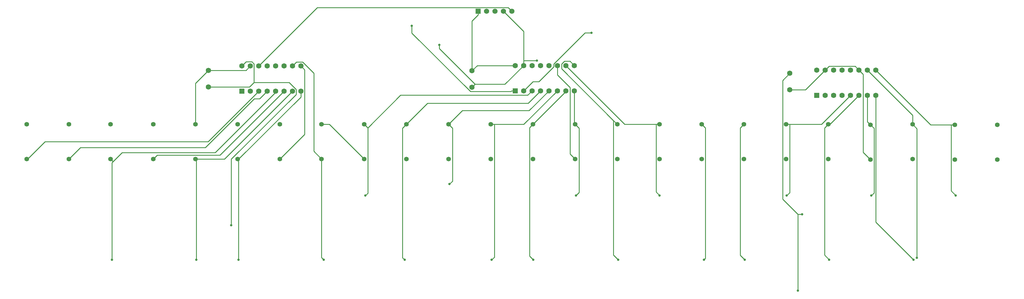
<source format=gbl>
G04 Layer: BottomLayer*
G04 EasyEDA v6.5.43, 2024-08-15 14:15:18*
G04 cb6e2e9fbd21486d88ae5690d2d3dc00,10*
G04 Gerber Generator version 0.2*
G04 Scale: 100 percent, Rotated: No, Reflected: No *
G04 Dimensions in millimeters *
G04 leading zeros omitted , absolute positions ,4 integer and 5 decimal *
%FSLAX45Y45*%
%MOMM*%

%ADD10C,0.2540*%
%ADD11C,1.6000*%
%ADD12R,1.6000X1.6000*%
%ADD13C,1.5748*%
%ADD14R,1.5748X1.5748*%
%ADD15C,1.4000*%
%ADD16C,0.7000*%
%ADD17C,0.0150*%

%LPD*%
D10*
X27178000Y3191992D02*
G01*
X27308556Y3061487D01*
X27308556Y-834313D01*
X25819100Y4826000D02*
G01*
X27178000Y3467100D01*
X27178000Y3191992D01*
X28337509Y3179292D02*
G01*
X27719782Y3179292D01*
X26073100Y4826000D01*
X28448000Y3179292D02*
G01*
X28337509Y3179292D01*
X28337509Y3179292D02*
G01*
X28337509Y1183411D01*
X28476956Y1043889D01*
X18173623Y3306368D02*
G01*
X16611600Y4868392D01*
X16611600Y5013477D01*
X16693032Y5094909D01*
X16863390Y5094909D01*
X16992600Y4965700D01*
X18173623Y3306368D02*
G01*
X18173623Y-751738D01*
X18317006Y-895121D01*
X18288000Y3191992D02*
G01*
X18173623Y3306368D01*
X9385300Y2142007D02*
G01*
X9385300Y-831621D01*
X9451416Y-897737D01*
X8509000Y4953000D02*
G01*
X8629015Y5073014D01*
X8815095Y5073014D01*
X9150019Y4738090D01*
X9150019Y2377287D01*
X9385300Y2142007D01*
X5617006Y2142007D02*
G01*
X5588000Y2142007D01*
X8509000Y4191000D02*
G01*
X6460007Y2142007D01*
X5617006Y2142007D01*
X5617006Y2142007D02*
G01*
X5617006Y-894918D01*
X3109290Y2068042D02*
G01*
X3380308Y2339060D01*
X6184239Y2339060D01*
X8001000Y4155820D01*
X8001000Y4191000D01*
X3076981Y-894384D02*
G01*
X3076981Y2035733D01*
X3109290Y2068042D01*
X3035300Y2142007D02*
G01*
X3109290Y2068042D01*
X11938000Y3191992D02*
G01*
X11822429Y3076422D01*
X11822429Y-832993D01*
X11887631Y-898194D01*
X15976600Y4203700D02*
G01*
X15603981Y3831081D01*
X12577089Y3831081D01*
X11938000Y3191992D01*
X13208000Y3191992D02*
G01*
X13327176Y3072815D01*
X13327176Y1478457D01*
X13237006Y1388287D01*
X16230600Y4203700D02*
G01*
X15633217Y3606317D01*
X13622324Y3606317D01*
X13208000Y3191992D01*
X14586458Y3191992D02*
G01*
X15472892Y3191992D01*
X16484600Y4203700D01*
X14478000Y3191992D02*
G01*
X14586458Y3191992D01*
X14586458Y3191992D02*
G01*
X14586458Y-815695D01*
X14507006Y-895146D01*
X15748000Y3191992D02*
G01*
X15645053Y3089046D01*
X15645053Y-785698D01*
X15757931Y-898575D01*
X16738600Y4203700D02*
G01*
X16738600Y4182592D01*
X15748000Y3191992D01*
X19452463Y3191992D02*
G01*
X18512307Y3191992D01*
X16738600Y4965700D01*
X19558000Y3191992D02*
G01*
X19452463Y3191992D01*
X19452463Y3191992D02*
G01*
X19452463Y1151229D01*
X19559117Y1044575D01*
X20828000Y3191992D02*
G01*
X20937296Y3082696D01*
X20937296Y-855751D01*
X20896021Y-897026D01*
X22098000Y3191992D02*
G01*
X21987738Y3081731D01*
X21987738Y-758748D01*
X22127006Y-898017D01*
X23474705Y3191992D02*
G01*
X24439092Y3191992D01*
X25311100Y4064000D01*
X23368000Y3191992D02*
G01*
X23474705Y3191992D01*
X23474705Y3191992D02*
G01*
X23474705Y1131823D01*
X23387862Y1044981D01*
X24638000Y3191992D02*
G01*
X24525452Y3079445D01*
X24525452Y-755395D01*
X24667006Y-896950D01*
X24638000Y3191992D02*
G01*
X24693092Y3191992D01*
X25565100Y4064000D01*
X25908000Y3179292D02*
G01*
X26015950Y3071317D01*
X26015950Y1123289D01*
X25936956Y1044320D01*
X25819100Y4064000D02*
G01*
X25819100Y3268192D01*
X25908000Y3179292D01*
X26073100Y4064000D02*
G01*
X26073100Y239013D01*
X27206956Y-894892D01*
X17018000Y3191992D02*
G01*
X17132579Y3077413D01*
X17132579Y1134313D01*
X17042256Y1043990D01*
X16992600Y4203700D02*
G01*
X16992600Y3217392D01*
X17018000Y3191992D01*
X6887006Y2142007D02*
G01*
X6858000Y2142007D01*
X8763000Y4191000D02*
G01*
X8763000Y4018000D01*
X6887006Y2142007D01*
X6887006Y2142007D02*
G01*
X6887006Y-895908D01*
X7352156Y4457242D02*
G01*
X8404682Y4457242D01*
X8621877Y4240047D01*
X8621877Y4094632D01*
X6667169Y2139924D01*
X6667169Y143103D01*
X5981700Y4322013D02*
G01*
X7216927Y4322013D01*
X7352156Y4457242D01*
X7352156Y4457242D02*
G01*
X7352156Y5014976D01*
X7288326Y5078806D01*
X7110806Y5078806D01*
X6985000Y4953000D01*
X23720679Y479780D02*
G01*
X23846993Y479780D01*
X23482300Y4733112D02*
G01*
X23265129Y4515942D01*
X23265129Y935329D01*
X23720679Y479780D01*
X23720679Y479780D02*
G01*
X23720679Y-1831111D01*
X15214600Y4965700D02*
G01*
X14071345Y4965700D01*
X13914958Y4809312D01*
X14097000Y6604000D02*
G01*
X14097000Y6492519D01*
X14097000Y6492519D02*
G01*
X13914958Y6310477D01*
X13914958Y4809312D01*
X17511318Y5955868D02*
G01*
X17315002Y5955868D01*
X16371722Y5012588D01*
X16371722Y4930190D01*
X15921939Y4480407D01*
X15745307Y4480407D01*
X15468600Y4203700D01*
X10775950Y3084042D02*
G01*
X10775950Y1114628D01*
X10705922Y1044600D01*
X10668000Y3191992D02*
G01*
X10775950Y3084042D01*
X15722600Y4203700D02*
G01*
X15589935Y4071035D01*
X11762943Y4071035D01*
X10775950Y3084042D01*
X15214600Y4203700D02*
G01*
X15101849Y4203700D01*
X15101849Y4203700D02*
G01*
X15078633Y4180484D01*
X13865707Y4180484D01*
X12103023Y5943168D01*
X12103023Y6163157D01*
X7493000Y4191000D02*
G01*
X5969000Y2667000D01*
X1061999Y2667000D01*
X537006Y2142007D01*
X508000Y2142007D01*
X15113000Y6604000D02*
G01*
X15001392Y6715607D01*
X9255607Y6715607D01*
X7493000Y4953000D01*
X1778000Y2142007D02*
G01*
X2122957Y2486964D01*
X5884240Y2486964D01*
X7359218Y3961942D01*
X7517942Y3961942D01*
X7747000Y4191000D01*
X8128000Y2142007D02*
G01*
X8875852Y2889859D01*
X8875852Y4840147D01*
X8763000Y4953000D01*
X8255000Y4191000D02*
G01*
X6326504Y2262504D01*
X4438497Y2262504D01*
X4318000Y2142007D01*
X15468600Y5114874D02*
G01*
X15468600Y4965700D01*
X14859000Y6604000D02*
G01*
X15468600Y5994400D01*
X15468600Y5114874D01*
X15863976Y5114874D02*
G01*
X15468600Y5114874D01*
X14008100Y4402454D02*
G01*
X12931724Y5478830D01*
X12931724Y5592851D01*
X15468600Y4965700D02*
G01*
X14905354Y4402454D01*
X14008100Y4402454D01*
X13914958Y4309313D02*
G01*
X14008100Y4402454D01*
X17018000Y2142007D02*
G01*
X16865600Y2294407D01*
X16865600Y4306011D01*
X16484600Y4687011D01*
X16484600Y4965700D01*
X25565100Y4826000D02*
G01*
X25692100Y4699025D01*
X25692100Y2345232D01*
X25908000Y2129307D01*
X24549100Y4826000D02*
G01*
X24667108Y4944008D01*
X25447091Y4944008D01*
X25565100Y4826000D01*
X7239000Y4953000D02*
G01*
X7108012Y4822012D01*
X5981700Y4822012D01*
X24549100Y4826000D02*
G01*
X23956213Y4233113D01*
X23482300Y4233113D01*
X10668000Y2142007D02*
G01*
X9618014Y3191992D01*
X9385300Y3191992D01*
X5588000Y3191992D02*
G01*
X5588000Y4428312D01*
X5981700Y4822012D01*
D11*
G01*
X5981700Y4322013D03*
G01*
X5981700Y4822012D03*
G01*
X13914958Y4309313D03*
G01*
X13914958Y4809312D03*
G01*
X23482300Y4233113D03*
G01*
X23482300Y4733112D03*
G01*
X6985000Y4953000D03*
G01*
X7239000Y4953000D03*
G01*
X7493000Y4953000D03*
G01*
X7747000Y4953000D03*
G01*
X8001000Y4953000D03*
G01*
X8255000Y4953000D03*
G01*
X8509000Y4953000D03*
G01*
X8763000Y4953000D03*
G01*
X8763000Y4191000D03*
G01*
X8509000Y4191000D03*
G01*
X8255000Y4191000D03*
G01*
X8001000Y4191000D03*
G01*
X7747000Y4191000D03*
G01*
X7493000Y4191000D03*
G01*
X7239000Y4191000D03*
D12*
G01*
X6985000Y4191000D03*
D11*
G01*
X15214600Y4965700D03*
G01*
X15468600Y4965700D03*
G01*
X15722600Y4965700D03*
G01*
X15976600Y4965700D03*
G01*
X16230600Y4965700D03*
G01*
X16484600Y4965700D03*
G01*
X16738600Y4965700D03*
G01*
X16992600Y4965700D03*
G01*
X16992600Y4203700D03*
G01*
X16738600Y4203700D03*
G01*
X16484600Y4203700D03*
G01*
X16230600Y4203700D03*
G01*
X15976600Y4203700D03*
G01*
X15722600Y4203700D03*
G01*
X15468600Y4203700D03*
D12*
G01*
X15214600Y4203700D03*
D11*
G01*
X24295100Y4826000D03*
G01*
X24549100Y4826000D03*
G01*
X24803100Y4826000D03*
G01*
X25057100Y4826000D03*
G01*
X25311100Y4826000D03*
G01*
X25565100Y4826000D03*
G01*
X25819100Y4826000D03*
G01*
X26073100Y4826000D03*
G01*
X26073100Y4064000D03*
G01*
X25819100Y4064000D03*
G01*
X25565100Y4064000D03*
G01*
X25311100Y4064000D03*
G01*
X25057100Y4064000D03*
G01*
X24803100Y4064000D03*
G01*
X24549100Y4064000D03*
D12*
G01*
X24295100Y4064000D03*
D13*
G01*
X15113000Y6604000D03*
G01*
X14859000Y6604000D03*
G01*
X14605000Y6604000D03*
G01*
X14351000Y6604000D03*
D14*
G01*
X14097000Y6604000D03*
D15*
G01*
X10668000Y3191992D03*
G01*
X10668000Y2142007D03*
G01*
X11938000Y3191992D03*
G01*
X11938000Y2142007D03*
G01*
X13208000Y3191992D03*
G01*
X13208000Y2142007D03*
G01*
X14478000Y3191992D03*
G01*
X14478000Y2142007D03*
G01*
X15748000Y3191992D03*
G01*
X15748000Y2142007D03*
G01*
X17018000Y3191992D03*
G01*
X17018000Y2142007D03*
G01*
X18288000Y3191992D03*
G01*
X18288000Y2142007D03*
G01*
X19558000Y3191992D03*
G01*
X19558000Y2142007D03*
G01*
X20828000Y3191992D03*
G01*
X20828000Y2142007D03*
G01*
X22098000Y3191992D03*
G01*
X22098000Y2142007D03*
G01*
X23368000Y3191992D03*
G01*
X23368000Y2142007D03*
G01*
X24638000Y3191992D03*
G01*
X24638000Y2142007D03*
G01*
X25908000Y3179292D03*
G01*
X25908000Y2129307D03*
G01*
X29730700Y3179292D03*
G01*
X29730700Y2129307D03*
G01*
X28448000Y3179292D03*
G01*
X28448000Y2129307D03*
G01*
X27178000Y3191992D03*
G01*
X27178000Y2142007D03*
G01*
X8128000Y2142007D03*
G01*
X8128000Y3191992D03*
G01*
X6858000Y2142007D03*
G01*
X6858000Y3191992D03*
G01*
X5588000Y2142007D03*
G01*
X5588000Y3191992D03*
G01*
X4318000Y2142007D03*
G01*
X4318000Y3191992D03*
G01*
X3035300Y2142007D03*
G01*
X3035300Y3191992D03*
G01*
X1778000Y2142007D03*
G01*
X1778000Y3191992D03*
G01*
X508000Y2142007D03*
G01*
X508000Y3191992D03*
G01*
X9385300Y2142007D03*
G01*
X9385300Y3191992D03*
D16*
G01*
X27308556Y-834313D03*
G01*
X28476956Y1043889D03*
G01*
X18317006Y-895121D03*
G01*
X9451416Y-897737D03*
G01*
X5617006Y-894918D03*
G01*
X3076981Y-894384D03*
G01*
X11887631Y-898194D03*
G01*
X13237006Y1388287D03*
G01*
X14507006Y-895146D03*
G01*
X15757931Y-898575D03*
G01*
X19559117Y1044575D03*
G01*
X20896021Y-897026D03*
G01*
X22127006Y-898017D03*
G01*
X23387862Y1044981D03*
G01*
X24667006Y-896950D03*
G01*
X25936956Y1044320D03*
G01*
X27206956Y-894892D03*
G01*
X17042256Y1043990D03*
G01*
X6887006Y-895908D03*
G01*
X6667169Y143103D03*
G01*
X23720679Y-1831111D03*
G01*
X23846993Y479780D03*
G01*
X17511318Y5955868D03*
G01*
X10705922Y1044600D03*
G01*
X12103023Y6163157D03*
G01*
X15863976Y5114874D03*
G01*
X12931724Y5592851D03*
M02*

</source>
